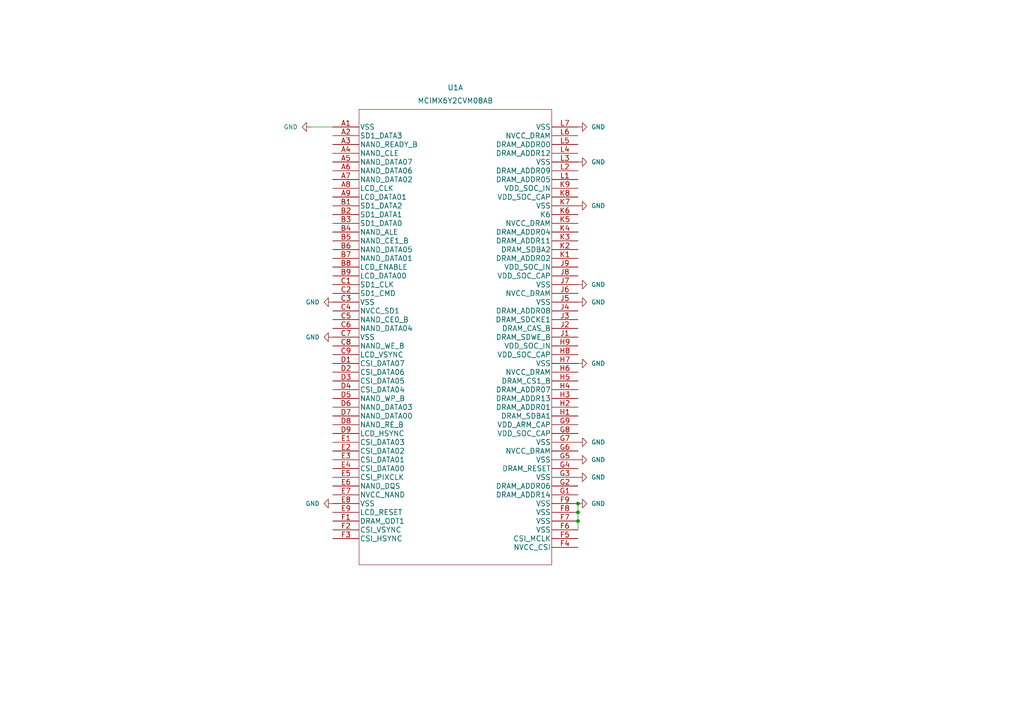
<source format=kicad_sch>
(kicad_sch (version 20211123) (generator eeschema)
  (paper "A4")
  (lib_symbols
    (symbol "MCIMX6Y2CVM08AB:MCIMX6Y2CVM08AB" (pin_names (offset 0.254))
      (property "Reference" "U" (at 35.56 10.16 0))
      (property "Value" "MCIMX6Y2CVM08AB" (at 35.56 7.62 0))
      (symbol "MCIMX6Y2CVM08AB_1_1"
        (polyline (pts (xy 7.62 -127) (xy 63.5 -127)) (stroke (width 0.127)))
        (polyline (pts (xy 7.62 5.08) (xy 7.62 -127)) (stroke (width 0.127)))
        (polyline (pts (xy 63.5 -127) (xy 63.5 5.08)) (stroke (width 0.127)))
        (polyline (pts (xy 63.5 5.08) (xy 7.62 5.08)) (stroke (width 0.127)))
        (pin power_in line (at 0 0 0) (length 7.62) (name "VSS") (number "A1"))
        (pin bidirectional line (at 0 -2.54 0) (length 7.62) (name "SD1_DATA3") (number "A2"))
        (pin bidirectional line (at 0 -5.08 0) (length 7.62) (name "NAND_READY_B") (number "A3"))
        (pin bidirectional line (at 0 -7.62 0) (length 7.62) (name "NAND_CLE") (number "A4"))
        (pin bidirectional line (at 0 -10.16 0) (length 7.62) (name "NAND_DATA07") (number "A5"))
        (pin bidirectional line (at 0 -12.7 0) (length 7.62) (name "NAND_DATA06") (number "A6"))
        (pin bidirectional line (at 0 -15.24 0) (length 7.62) (name "NAND_DATA02") (number "A7"))
        (pin bidirectional line (at 0 -17.78 0) (length 7.62) (name "LCD_CLK") (number "A8"))
        (pin bidirectional line (at 0 -20.32 0) (length 7.62) (name "LCD_DATA01") (number "A9"))
        (pin bidirectional line (at 0 -22.86 0) (length 7.62) (name "SD1_DATA2") (number "B1"))
        (pin bidirectional line (at 0 -25.4 0) (length 7.62) (name "SD1_DATA1") (number "B2"))
        (pin bidirectional line (at 0 -27.94 0) (length 7.62) (name "SD1_DATA0") (number "B3"))
        (pin bidirectional line (at 0 -30.48 0) (length 7.62) (name "NAND_ALE") (number "B4"))
        (pin bidirectional line (at 0 -33.02 0) (length 7.62) (name "NAND_CE1_B") (number "B5"))
        (pin bidirectional line (at 0 -35.56 0) (length 7.62) (name "NAND_DATA05") (number "B6"))
        (pin bidirectional line (at 0 -38.1 0) (length 7.62) (name "NAND_DATA01") (number "B7"))
        (pin bidirectional line (at 0 -40.64 0) (length 7.62) (name "LCD_ENABLE") (number "B8"))
        (pin bidirectional line (at 0 -43.18 0) (length 7.62) (name "LCD_DATA00") (number "B9"))
        (pin bidirectional line (at 0 -45.72 0) (length 7.62) (name "SD1_CLK") (number "C1"))
        (pin bidirectional line (at 0 -48.26 0) (length 7.62) (name "SD1_CMD") (number "C2"))
        (pin power_in line (at 0 -50.8 0) (length 7.62) (name "VSS") (number "C3"))
        (pin power_in line (at 0 -53.34 0) (length 7.62) (name "NVCC_SD1") (number "C4"))
        (pin bidirectional line (at 0 -55.88 0) (length 7.62) (name "NAND_CE0_B") (number "C5"))
        (pin bidirectional line (at 0 -58.42 0) (length 7.62) (name "NAND_DATA04") (number "C6"))
        (pin power_in line (at 0 -60.96 0) (length 7.62) (name "VSS") (number "C7"))
        (pin bidirectional line (at 0 -63.5 0) (length 7.62) (name "NAND_WE_B") (number "C8"))
        (pin bidirectional line (at 0 -66.04 0) (length 7.62) (name "LCD_VSYNC") (number "C9"))
        (pin bidirectional line (at 0 -68.58 0) (length 7.62) (name "CSI_DATA07") (number "D1"))
        (pin bidirectional line (at 0 -71.12 0) (length 7.62) (name "CSI_DATA06") (number "D2"))
        (pin bidirectional line (at 0 -73.66 0) (length 7.62) (name "CSI_DATA05") (number "D3"))
        (pin bidirectional line (at 0 -76.2 0) (length 7.62) (name "CSI_DATA04") (number "D4"))
        (pin bidirectional line (at 0 -78.74 0) (length 7.62) (name "NAND_WP_B") (number "D5"))
        (pin bidirectional line (at 0 -81.28 0) (length 7.62) (name "NAND_DATA03") (number "D6"))
        (pin bidirectional line (at 0 -83.82 0) (length 7.62) (name "NAND_DATA00") (number "D7"))
        (pin bidirectional line (at 0 -86.36 0) (length 7.62) (name "NAND_RE_B") (number "D8"))
        (pin bidirectional line (at 0 -88.9 0) (length 7.62) (name "LCD_HSYNC") (number "D9"))
        (pin bidirectional line (at 0 -91.44 0) (length 7.62) (name "CSI_DATA03") (number "E1"))
        (pin bidirectional line (at 0 -93.98 0) (length 7.62) (name "CSI_DATA02") (number "E2"))
        (pin bidirectional line (at 0 -96.52 0) (length 7.62) (name "CSI_DATA01") (number "E3"))
        (pin bidirectional line (at 0 -99.06 0) (length 7.62) (name "CSI_DATA00") (number "E4"))
        (pin bidirectional line (at 0 -101.6 0) (length 7.62) (name "CSI_PIXCLK") (number "E5"))
        (pin bidirectional line (at 0 -104.14 0) (length 7.62) (name "NAND_DQS") (number "E6"))
        (pin power_in line (at 0 -106.68 0) (length 7.62) (name "NVCC_NAND") (number "E7"))
        (pin power_in line (at 0 -109.22 0) (length 7.62) (name "VSS") (number "E8"))
        (pin bidirectional line (at 0 -111.76 0) (length 7.62) (name "LCD_RESET") (number "E9"))
        (pin bidirectional line (at 0 -114.3 0) (length 7.62) (name "DRAM_ODT1") (number "F1"))
        (pin bidirectional line (at 0 -116.84 0) (length 7.62) (name "CSI_VSYNC") (number "F2"))
        (pin bidirectional line (at 0 -119.38 0) (length 7.62) (name "CSI_HSYNC") (number "F3"))
        (pin power_in line (at 71.12 -121.92 180) (length 7.62) (name "NVCC_CSI") (number "F4"))
        (pin bidirectional line (at 71.12 -119.38 180) (length 7.62) (name "CSI_MCLK") (number "F5"))
        (pin power_in line (at 71.12 -116.84 180) (length 7.62) (name "VSS") (number "F6"))
        (pin power_in line (at 71.12 -114.3 180) (length 7.62) (name "VSS") (number "F7"))
        (pin power_in line (at 71.12 -111.76 180) (length 7.62) (name "VSS") (number "F8"))
        (pin power_in line (at 71.12 -109.22 180) (length 7.62) (name "VSS") (number "F9"))
        (pin bidirectional line (at 71.12 -106.68 180) (length 7.62) (name "DRAM_ADDR14") (number "G1"))
        (pin bidirectional line (at 71.12 -104.14 180) (length 7.62) (name "DRAM_ADDR06") (number "G2"))
        (pin power_in line (at 71.12 -101.6 180) (length 7.62) (name "VSS") (number "G3"))
        (pin bidirectional line (at 71.12 -99.06 180) (length 7.62) (name "DRAM_RESET") (number "G4"))
        (pin power_in line (at 71.12 -96.52 180) (length 7.62) (name "VSS") (number "G5"))
        (pin power_in line (at 71.12 -93.98 180) (length 7.62) (name "NVCC_DRAM") (number "G6"))
        (pin power_in line (at 71.12 -91.44 180) (length 7.62) (name "VSS") (number "G7"))
        (pin power_in line (at 71.12 -88.9 180) (length 7.62) (name "VDD_SOC_CAP") (number "G8"))
        (pin power_in line (at 71.12 -86.36 180) (length 7.62) (name "VDD_ARM_CAP") (number "G9"))
        (pin bidirectional line (at 71.12 -83.82 180) (length 7.62) (name "DRAM_SDBA1") (number "H1"))
        (pin bidirectional line (at 71.12 -81.28 180) (length 7.62) (name "DRAM_ADDR01") (number "H2"))
        (pin bidirectional line (at 71.12 -78.74 180) (length 7.62) (name "DRAM_ADDR13") (number "H3"))
        (pin bidirectional line (at 71.12 -76.2 180) (length 7.62) (name "DRAM_ADDR07") (number "H4"))
        (pin bidirectional line (at 71.12 -73.66 180) (length 7.62) (name "DRAM_CS1_B") (number "H5"))
        (pin power_in line (at 71.12 -71.12 180) (length 7.62) (name "NVCC_DRAM") (number "H6"))
        (pin power_in line (at 71.12 -68.58 180) (length 7.62) (name "VSS") (number "H7"))
        (pin power_in line (at 71.12 -66.04 180) (length 7.62) (name "VDD_SOC_CAP") (number "H8"))
        (pin power_in line (at 71.12 -63.5 180) (length 7.62) (name "VDD_SOC_IN") (number "H9"))
        (pin bidirectional line (at 71.12 -60.96 180) (length 7.62) (name "DRAM_SDWE_B") (number "J1"))
        (pin bidirectional line (at 71.12 -58.42 180) (length 7.62) (name "DRAM_CAS_B") (number "J2"))
        (pin bidirectional line (at 71.12 -55.88 180) (length 7.62) (name "DRAM_SDCKE1") (number "J3"))
        (pin bidirectional line (at 71.12 -53.34 180) (length 7.62) (name "DRAM_ADDR08") (number "J4"))
        (pin power_in line (at 71.12 -50.8 180) (length 7.62) (name "VSS") (number "J5"))
        (pin power_in line (at 71.12 -48.26 180) (length 7.62) (name "NVCC_DRAM") (number "J6"))
        (pin power_in line (at 71.12 -45.72 180) (length 7.62) (name "VSS") (number "J7"))
        (pin power_in line (at 71.12 -43.18 180) (length 7.62) (name "VDD_SOC_CAP") (number "J8"))
        (pin power_in line (at 71.12 -40.64 180) (length 7.62) (name "VDD_SOC_IN") (number "J9"))
        (pin bidirectional line (at 71.12 -38.1 180) (length 7.62) (name "DRAM_ADDR02") (number "K1"))
        (pin bidirectional line (at 71.12 -35.56 180) (length 7.62) (name "DRAM_SDBA2") (number "K2"))
        (pin bidirectional line (at 71.12 -33.02 180) (length 7.62) (name "DRAM_ADDR11") (number "K3"))
        (pin bidirectional line (at 71.12 -30.48 180) (length 7.62) (name "DRAM_ADDR04") (number "K4"))
        (pin power_in line (at 71.12 -27.94 180) (length 7.62) (name "NVCC_DRAM") (number "K5"))
        (pin unspecified line (at 71.12 -25.4 180) (length 7.62) (name "K6") (number "K6"))
        (pin power_in line (at 71.12 -22.86 180) (length 7.62) (name "VSS") (number "K7"))
        (pin power_in line (at 71.12 -20.32 180) (length 7.62) (name "VDD_SOC_CAP") (number "K8"))
        (pin power_in line (at 71.12 -17.78 180) (length 7.62) (name "VDD_SOC_IN") (number "K9"))
        (pin bidirectional line (at 71.12 -15.24 180) (length 7.62) (name "DRAM_ADDR05") (number "L1"))
        (pin bidirectional line (at 71.12 -12.7 180) (length 7.62) (name "DRAM_ADDR09") (number "L2"))
        (pin power_in line (at 71.12 -10.16 180) (length 7.62) (name "VSS") (number "L3"))
        (pin bidirectional line (at 71.12 -7.62 180) (length 7.62) (name "DRAM_ADDR12") (number "L4"))
        (pin bidirectional line (at 71.12 -5.08 180) (length 7.62) (name "DRAM_ADDR00") (number "L5"))
        (pin power_in line (at 71.12 -2.54 180) (length 7.62) (name "NVCC_DRAM") (number "L6"))
        (pin power_in line (at 71.12 0 180) (length 7.62) (name "VSS") (number "L7"))
      )
      (symbol "MCIMX6Y2CVM08AB_2_1"
        (polyline (pts (xy 7.62 -127) (xy 88.9 -127)) (stroke (width 0.127)))
        (polyline (pts (xy 7.62 5.08) (xy 7.62 -127)) (stroke (width 0.127)))
        (polyline (pts (xy 88.9 -127) (xy 88.9 5.08)) (stroke (width 0.127)))
        (polyline (pts (xy 88.9 5.08) (xy 7.62 5.08)) (stroke (width 0.127)))
        (pin bidirectional line (at 96.52 -101.6 180) (length 7.62) (name "LCD_DATA06") (number "A10"))
        (pin bidirectional line (at 96.52 -99.06 180) (length 7.62) (name "LCD_DATA09") (number "A11"))
        (pin bidirectional line (at 96.52 -96.52 180) (length 7.62) (name "LCD_DATA14") (number "A12"))
        (pin bidirectional line (at 96.52 -93.98 180) (length 7.62) (name "LCD_DATA18") (number "A13"))
        (pin bidirectional line (at 96.52 -91.44 180) (length 7.62) (name "LCD_DATA22") (number "A14"))
        (pin bidirectional line (at 96.52 -88.9 180) (length 7.62) (name "ENET2_TX_DATA0") (number "A15"))
        (pin bidirectional line (at 96.52 -86.36 180) (length 7.62) (name "ENET2_TX_DATA1") (number "A16"))
        (pin power_in line (at 96.52 -83.82 180) (length 7.62) (name "VSS") (number "A17"))
        (pin bidirectional line (at 96.52 -81.28 180) (length 7.62) (name "LCD_DATA05") (number "B10"))
        (pin bidirectional line (at 96.52 -78.74 180) (length 7.62) (name "LCD_DATA08") (number "B11"))
        (pin bidirectional line (at 96.52 -76.2 180) (length 7.62) (name "LCD_DATA13") (number "B12"))
        (pin bidirectional line (at 96.52 -73.66 180) (length 7.62) (name "LCD_DATA17") (number "B13"))
        (pin bidirectional line (at 96.52 -71.12 180) (length 7.62) (name "LCD_DATA21") (number "B14"))
        (pin bidirectional line (at 96.52 -68.58 180) (length 7.62) (name "ENET2_TX_EN") (number "B15"))
        (pin bidirectional line (at 96.52 -66.04 180) (length 7.62) (name "LCD_DATA23") (number "B16"))
        (pin bidirectional line (at 96.52 -63.5 180) (length 7.62) (name "ENET2_RX_EN") (number "B17"))
        (pin bidirectional line (at 96.52 -60.96 180) (length 7.62) (name "LCD_DATA04") (number "C10"))
        (pin power_in line (at 96.52 -58.42 180) (length 7.62) (name "VSS") (number "C11"))
        (pin bidirectional line (at 96.52 -55.88 180) (length 7.62) (name "LCD_DATA12") (number "C12"))
        (pin bidirectional line (at 96.52 -53.34 180) (length 7.62) (name "LCD_DATA16") (number "C13"))
        (pin bidirectional line (at 96.52 -50.8 180) (length 7.62) (name "LCD_DATA20") (number "C14"))
        (pin power_in line (at 96.52 -48.26 180) (length 7.62) (name "VSS") (number "C15"))
        (pin bidirectional line (at 96.52 -45.72 180) (length 7.62) (name "ENET2_RX_DATA1") (number "C16"))
        (pin bidirectional line (at 96.52 -43.18 180) (length 7.62) (name "ENET2_RX_DATA0") (number "C17"))
        (pin bidirectional line (at 96.52 -40.64 180) (length 7.62) (name "LCD_DATA03") (number "D10"))
        (pin bidirectional line (at 96.52 -38.1 180) (length 7.62) (name "LCD_DATA07") (number "D11"))
        (pin bidirectional line (at 96.52 -35.56 180) (length 7.62) (name "LCD_DATA11") (number "D12"))
        (pin bidirectional line (at 96.52 -33.02 180) (length 7.62) (name "LCD_DATA15") (number "D13"))
        (pin bidirectional line (at 96.52 -30.48 180) (length 7.62) (name "LCD_DATA19") (number "D14"))
        (pin bidirectional line (at 96.52 -27.94 180) (length 7.62) (name "ENET1_RX_ER") (number "D15"))
        (pin bidirectional line (at 96.52 -25.4 180) (length 7.62) (name "ENET2_RX_ER") (number "D16"))
        (pin bidirectional line (at 96.52 -22.86 180) (length 7.62) (name "ENET2_TX_CLK") (number "D17"))
        (pin bidirectional line (at 96.52 -20.32 180) (length 7.62) (name "LCD_DATA02") (number "E10"))
        (pin power_in line (at 96.52 -17.78 180) (length 7.62) (name "VSS") (number "E11"))
        (pin bidirectional line (at 96.52 -15.24 180) (length 7.62) (name "LCD_DATA10") (number "E12"))
        (pin power_in line (at 96.52 -12.7 180) (length 7.62) (name "NVCC_LCD") (number "E13"))
        (pin bidirectional line (at 96.52 -10.16 180) (length 7.62) (name "ENET1_TX_DATA1") (number "E14"))
        (pin bidirectional line (at 96.52 -7.62 180) (length 7.62) (name "ENET1_TX_DATA0") (number "E15"))
        (pin bidirectional line (at 96.52 -5.08 180) (length 7.62) (name "ENET1_RX_EN") (number "E16"))
        (pin bidirectional line (at 96.52 -2.54 180) (length 7.62) (name "ENET1_RX_DATA1") (number "E17"))
        (pin power_in line (at 96.52 0 180) (length 7.62) (name "VSS") (number "F10"))
        (pin power_in line (at 0 0 0) (length 7.62) (name "VDD_SOC_CAP") (number "L8"))
        (pin power_in line (at 0 -2.54 0) (length 7.62) (name "VDD_SOC_CAP") (number "L9"))
        (pin bidirectional line (at 0 -5.08 0) (length 7.62) (name "DRAM_SDBA0") (number "M1"))
        (pin bidirectional line (at 0 -7.62 0) (length 7.62) (name "DRAM_ADDR03") (number "M2"))
        (pin bidirectional line (at 0 -10.16 0) (length 7.62) (name "DRAM_SDCKE0") (number "M3"))
        (pin bidirectional line (at 0 -12.7 0) (length 7.62) (name "DRAM_ADDR10") (number "M4"))
        (pin bidirectional line (at 0 -15.24 0) (length 7.62) (name "DRAM_RAS_B") (number "M5"))
        (pin power_in line (at 0 -17.78 0) (length 7.62) (name "NVCC_DRAM") (number "M6"))
        (pin power_in line (at 0 -20.32 0) (length 7.62) (name "VSS") (number "M7"))
        (pin power_in line (at 0 -22.86 0) (length 7.62) (name "VSS") (number "M8"))
        (pin power_in line (at 0 -25.4 0) (length 7.62) (name "VSS") (number "M9"))
        (pin bidirectional line (at 0 -27.94 0) (length 7.62) (name "DRAM_ODT0") (number "N1"))
        (pin bidirectional line (at 0 -30.48 0) (length 7.62) (name "DRAM_CS0_B") (number "N2"))
        (pin power_in line (at 0 -33.02 0) (length 7.62) (name "VSS") (number "N3"))
        (pin bidirectional line (at 0 -35.56 0) (length 7.62) (name "DRAM_ZQPAD") (number "N4"))
        (pin power_in line (at 0 -38.1 0) (length 7.62) (name "VSS") (number "N5"))
        (pin power_in line (at 0 -40.64 0) (length 7.62) (name "NVCC_DRAM_2P5") (number "N6"))
        (pin input line (at 0 -43.18 0) (length 7.62) (name "TEST_MODE") (number "N7"))
        (pin bidirectional line (at 0 -45.72 0) (length 7.62) (name "SNVS_TAMPER5") (number "N8"))
        (pin bidirectional line (at 0 -48.26 0) (length 7.62) (name "SNVS_TAMPER8") (number "N9"))
        (pin bidirectional line (at 0 -50.8 0) (length 7.62) (name "SNVS_TAMPER2") (number "P1"))
        (pin bidirectional line (at 0 -53.34 0) (length 7.62) (name "DRAM_SDCLK0_N") (number "P2"))
        (pin bidirectional line (at 0 -55.88 0) (length 7.62) (name "DRAM_DATA13") (number "P3"))
        (pin power_in line (at 0 -58.42 0) (length 7.62) (name "DRAM_VREF") (number "P4"))
        (pin bidirectional line (at 0 -60.96 0) (length 7.62) (name "DRAM_DATA12") (number "P5"))
        (pin bidirectional line (at 0 -63.5 0) (length 7.62) (name "DRAM_SDQS0_P") (number "P6"))
        (pin bidirectional line (at 0 -66.04 0) (length 7.62) (name "DRAM_SDQS0_N") (number "P7"))
        (pin input line (at 0 -68.58 0) (length 7.62) (name "POR_B") (number "P8"))
        (pin bidirectional line (at 0 -71.12 0) (length 7.62) (name "SNVS_TAMPER4") (number "P9"))
        (pin bidirectional line (at 0 -73.66 0) (length 7.62) (name "DRAM_DATA15") (number "R1"))
        (pin bidirectional line (at 0 -76.2 0) (length 7.62) (name "DRAM_DATA14") (number "R2"))
        (pin power_in line (at 0 -78.74 0) (length 7.62) (name "VSS") (number "R3"))
        (pin bidirectional line (at 0 -81.28 0) (length 7.62) (name "DRAM_DATA11") (number "R4"))
        (pin power_in line (at 0 -83.82 0) (length 7.62) (name "VSS") (number "R5"))
        (pin bidirectional line (at 0 -86.36 0) (length 7.62) (name "SNVS_TAMPER9") (number "R6"))
        (pin power_in line (at 0 -88.9 0) (length 7.62) (name "VSS") (number "R7"))
        (pin input line (at 0 -91.44 0) (length 7.62) (name "ONOFF") (number "R8"))
        (pin bidirectional line (at 0 -93.98 0) (length 7.62) (name "SNVS_TAMPER1") (number "R9"))
        (pin bidirectional line (at 0 -96.52 0) (length 7.62) (name "DRAM_SDQS1_P") (number "T1"))
        (pin bidirectional line (at 0 -99.06 0) (length 7.62) (name "DRAM_SDQS1_N") (number "T2"))
        (pin bidirectional line (at 0 -101.6 0) (length 7.62) (name "DRAM_DQM1") (number "T3"))
        (pin bidirectional line (at 0 -104.14 0) (length 7.62) (name "DRAM_DATA00") (number "T4"))
        (pin bidirectional line (at 0 -106.68 0) (length 7.62) (name "DRAM_DATA06") (number "T5"))
        (pin bidirectional line (at 0 -109.22 0) (length 7.62) (name "DRAM_DATA02") (number "T6"))
        (pin bidirectional line (at 0 -111.76 0) (length 7.62) (name "DRAM_DQM0") (number "T7"))
        (pin bidirectional line (at 0 -114.3 0) (length 7.62) (name "DRAM_DATA05") (number "T8"))
        (pin bidirectional line (at 0 -116.84 0) (length 7.62) (name "SNVS_PMIC_ON_REQ") (number "T9"))
        (pin power_in line (at 0 -119.38 0) (length 7.62) (name "VSS") (number "U1"))
        (pin bidirectional line (at 96.52 -121.92 180) (length 7.62) (name "DRAM_DATA08") (number "U2"))
        (pin bidirectional line (at 96.52 -119.38 180) (length 7.62) (name "DRAM_DATA09") (number "U3"))
        (pin bidirectional line (at 96.52 -116.84 180) (length 7.62) (name "DRAM_DATA07") (number "U4"))
        (pin bidirectional line (at 96.52 -114.3 180) (length 7.62) (name "DRAM_DATA10") (number "U5"))
        (pin bidirectional line (at 96.52 -111.76 180) (length 7.62) (name "DRAM_DATA01") (number "U6"))
        (pin bidirectional line (at 96.52 -109.22 180) (length 7.62) (name "DRAM_DATA03") (number "U7"))
        (pin bidirectional line (at 96.52 -106.68 180) (length 7.62) (name "DRAM_DATA04") (number "U8"))
        (pin unspecified line (at 96.52 -104.14 180) (length 7.62) (name "CCM_PMIC_STBY_REQ") (number "U9"))
      )
      (symbol "MCIMX6Y2CVM08AB_3_1"
        (polyline (pts (xy 7.62 -124.46) (xy 73.66 -124.46)) (stroke (width 0.127)))
        (polyline (pts (xy 7.62 5.08) (xy 7.62 -124.46)) (stroke (width 0.127)))
        (polyline (pts (xy 73.66 -124.46) (xy 73.66 5.08)) (stroke (width 0.127)))
        (polyline (pts (xy 73.66 5.08) (xy 7.62 5.08)) (stroke (width 0.127)))
        (pin power_in line (at 0 0 0) (length 7.62) (name "VSS") (number "F11"))
        (pin power_in line (at 0 -2.54 0) (length 7.62) (name "VSS") (number "F12"))
        (pin power_in line (at 0 -5.08 0) (length 7.62) (name "NVCC_ENET") (number "F13"))
        (pin bidirectional line (at 0 -7.62 0) (length 7.62) (name "ENET1_TX_CLK") (number "F14"))
        (pin bidirectional line (at 0 -10.16 0) (length 7.62) (name "ENET1_TX_EN") (number "F15"))
        (pin bidirectional line (at 0 -12.7 0) (length 7.62) (name "ENET1_RX_DATA0") (number "F16"))
        (pin bidirectional line (at 0 -15.24 0) (length 7.62) (name "UART5_TX_DATA") (number "F17"))
        (pin power_in line (at 0 -17.78 0) (length 7.62) (name "VDD_ARM_CAP") (number "G10"))
        (pin power_in line (at 0 -20.32 0) (length 7.62) (name "VDD_ARM_CAP") (number "G11"))
        (pin power_in line (at 0 -22.86 0) (length 7.62) (name "VSS") (number "G12"))
        (pin bidirectional line (at 0 -25.4 0) (length 7.62) (name "UART5_RX_DATA") (number "G13"))
        (pin bidirectional line (at 0 -27.94 0) (length 7.62) (name "UART3_RTS_B") (number "G14"))
        (pin power_in line (at 0 -30.48 0) (length 7.62) (name "VSS") (number "G15"))
        (pin bidirectional line (at 0 -33.02 0) (length 7.62) (name "UART4_RX_DATA") (number "G16"))
        (pin bidirectional line (at 0 -35.56 0) (length 7.62) (name "UART4_TX_DATA") (number "G17"))
        (pin power_in line (at 0 -38.1 0) (length 7.62) (name "VDD_SOC_IN") (number "H10"))
        (pin power_in line (at 0 -40.64 0) (length 7.62) (name "VDD_ARM_CAP") (number "H11"))
        (pin power_in line (at 0 -43.18 0) (length 7.62) (name "VSS") (number "H12"))
        (pin power_in line (at 0 -45.72 0) (length 7.62) (name "NVCC_UART") (number "H13"))
        (pin bidirectional line (at 0 -48.26 0) (length 7.62) (name "UART2_RTS_B") (number "H14"))
        (pin bidirectional line (at 0 -50.8 0) (length 7.62) (name "UART3_CTS_B") (number "H15"))
        (pin bidirectional line (at 0 -53.34 0) (length 7.62) (name "UART3_RX_DATA") (number "H16"))
        (pin bidirectional line (at 0 -55.88 0) (length 7.62) (name "UART3_TX_DATA") (number "H17"))
        (pin power_in line (at 0 -58.42 0) (length 7.62) (name "VDD_SOC_IN") (number "J10"))
        (pin power_in line (at 0 -60.96 0) (length 7.62) (name "VDD_SOC_CAP") (number "J11"))
        (pin power_in line (at 0 -63.5 0) (length 7.62) (name "VSS") (number "J12"))
        (pin power_in line (at 0 -66.04 0) (length 7.62) (name "NVCC_GPIO") (number "J13"))
        (pin bidirectional line (at 0 -68.58 0) (length 7.62) (name "UART1_RTS_B") (number "J14"))
        (pin bidirectional line (at 0 -71.12 0) (length 7.62) (name "UART2_CTS_B") (number "J15"))
        (pin bidirectional line (at 0 -73.66 0) (length 7.62) (name "UART2_RX_DATA") (number "J16"))
        (pin bidirectional line (at 0 -76.2 0) (length 7.62) (name "UART2_TX_DATA") (number "J17"))
        (pin power_in line (at 0 -78.74 0) (length 7.62) (name "VDD_SOC_IN") (number "K10"))
        (pin power_in line (at 0 -81.28 0) (length 7.62) (name "VDD_SOC_CAP") (number "K11"))
        (pin power_in line (at 0 -83.82 0) (length 7.62) (name "VSS") (number "K12"))
        (pin bidirectional line (at 0 -86.36 0) (length 7.62) (name "GPIO1_IO00") (number "K13"))
        (pin bidirectional line (at 0 -88.9 0) (length 7.62) (name "UART1_TX_DATA") (number "K14"))
        (pin bidirectional line (at 0 -91.44 0) (length 7.62) (name "UART1_CTS_B") (number "K15"))
        (pin bidirectional line (at 0 -93.98 0) (length 7.62) (name "UART1_RX_DATA") (number "K16"))
        (pin bidirectional line (at 0 -96.52 0) (length 7.62) (name "GPIO1_IO06") (number "K17"))
        (pin power_in line (at 0 -99.06 0) (length 7.62) (name "VDD_SOC_CAP") (number "L10"))
        (pin power_in line (at 0 -101.6 0) (length 7.62) (name "VDD_SOC_CAP") (number "L11"))
        (pin power_in line (at 0 -104.14 0) (length 7.62) (name "VSS") (number "L12"))
        (pin power_in line (at 0 -106.68 0) (length 7.62) (name "VDDA_ADC_3P3") (number "L13"))
        (pin bidirectional line (at 0 -109.22 0) (length 7.62) (name "GPIO1_IO02") (number "L14"))
        (pin bidirectional line (at 0 -111.76 0) (length 7.62) (name "GPIO1_IO01") (number "L15"))
        (pin bidirectional line (at 0 -114.3 0) (length 7.62) (name "GPIO1_IO07") (number "L16"))
        (pin bidirectional line (at 0 -116.84 0) (length 7.62) (name "GPIO1_IO03") (number "L17"))
        (pin power_in line (at 0 -119.38 0) (length 7.62) (name "VSS") (number "M10"))
        (pin power_in line (at 81.28 -119.38 180) (length 7.62) (name "VSS") (number "M11"))
        (pin power_in line (at 81.28 -116.84 180) (length 7.62) (name "NGND_KEL0") (number "M12"))
        (pin power_in line (at 81.28 -114.3 180) (length 7.62) (name "ADC_VREFH") (number "M13"))
        (pin input line (at 81.28 -111.76 180) (length 7.62) (name "JTAG_TCK") (number "M14"))
        (pin bidirectional line (at 81.28 -109.22 180) (length 7.62) (name "GPIO1_IO09") (number "M15"))
        (pin bidirectional line (at 81.28 -106.68 180) (length 7.62) (name "GPIO1_IO04") (number "M16"))
        (pin bidirectional line (at 81.28 -104.14 180) (length 7.62) (name "GPIO1_IO05") (number "M17"))
        (pin bidirectional line (at 81.28 -101.6 180) (length 7.62) (name "SNVS_TAMPER7") (number "N10"))
        (pin bidirectional line (at 81.28 -99.06 180) (length 7.62) (name "SNVS_TAMPER6") (number "N11"))
        (pin power_in line (at 81.28 -96.52 180) (length 7.62) (name "VDD_SNVS_CAP") (number "N12"))
        (pin power_in line (at 81.28 -93.98 180) (length 7.62) (name "VDD_HIGH_IN") (number "N13"))
        (pin input line (at 81.28 -91.44 180) (length 7.62) (name "JTAG_TRST_B") (number "N14"))
        (pin output line (at 81.28 -88.9 180) (length 7.62) (name "JTAG_TDO") (number "N15"))
        (pin input line (at 81.28 -86.36 180) (length 7.62) (name "JTAG_TDI") (number "N16"))
        (pin bidirectional line (at 81.28 -83.82 180) (length 7.62) (name "GPIO1_IO08") (number "N17"))
        (pin bidirectional line (at 81.28 -81.28 180) (length 7.62) (name "SNVS_TAMPER3") (number "P10"))
        (pin unspecified line (at 81.28 -78.74 180) (length 7.62) (name "P11") (number "P11"))
        (pin power_in line (at 81.28 -76.2 180) (length 7.62) (name "VDD_SNVS_IN") (number "P12"))
        (pin power_in line (at 81.28 -73.66 180) (length 7.62) (name "NVCC_PLL") (number "P13"))
        (pin input line (at 81.28 -71.12 180) (length 7.62) (name "JTAG_TMS") (number "P14"))
        (pin input line (at 81.28 -68.58 180) (length 7.62) (name "JTAG_MOD") (number "P15"))
        (pin bidirectional line (at 81.28 -66.04 180) (length 7.62) (name "CCM_CLK1_N") (number "P16"))
        (pin bidirectional line (at 81.28 -63.5 180) (length 7.62) (name "CCM_CLK1_P") (number "P17"))
        (pin bidirectional line (at 81.28 -60.96 180) (length 7.62) (name "SNVS_TAMPER0") (number "R10"))
        (pin power_in line (at 81.28 -58.42 180) (length 7.62) (name "VSS") (number "R11"))
        (pin power_in line (at 81.28 -55.88 180) (length 7.62) (name "VDD_USB_CAP") (number "R12"))
        (pin power_in line (at 81.28 -53.34 180) (length 7.62) (name "GPANAIO") (number "R13"))
        (pin power_in line (at 81.28 -50.8 180) (length 7.62) (name "VDD_HIGH_CAP") (number "R14"))
        (pin power_in line (at 81.28 -48.26 180) (length 7.62) (name "VDD_HIGH_CAP") (number "R15"))
        (pin power_in line (at 81.28 -45.72 180) (length 7.62) (name "VSS") (number "R16"))
        (pin power_in line (at 81.28 -43.18 180) (length 7.62) (name "VSS") (number "R17"))
        (pin bidirectional line (at 81.28 -40.64 180) (length 7.62) (name "BOOT_MODE0") (number "T10"))
        (pin unspecified line (at 81.28 -38.1 180) (length 7.62) (name "RTC_XTALI") (number "T11"))
        (pin unspecified line (at 81.28 -35.56 180) (length 7.62) (name "USB_OTG1_VBUS") (number "T12"))
        (pin unspecified line (at 81.28 -33.02 180) (length 7.62) (name "USB_OTG2_DN") (number "T13"))
        (pin power_in line (at 81.28 -30.48 180) (length 7.62) (name "VSS") (number "T14"))
        (pin unspecified line (at 81.28 -27.94 180) (length 7.62) (name "USB_OTG1_DN") (number "T15"))
        (pin unspecified line (at 81.28 -25.4 180) (length 7.62) (name "XTALI") (number "T16"))
        (pin unspecified line (at 81.28 -22.86 180) (length 7.62) (name "XTALO") (number "T17"))
        (pin bidirectional line (at 81.28 -20.32 180) (length 7.62) (name "BOOT_MODE1") (number "U10"))
        (pin unspecified line (at 81.28 -17.78 180) (length 7.62) (name "RTC_XTALO") (number "U11"))
        (pin power_in line (at 81.28 -15.24 180) (length 7.62) (name "USB_OTG2_VBUS") (number "U12"))
        (pin unspecified line (at 81.28 -12.7 180) (length 7.62) (name "USB_OTG2_DP") (number "U13"))
        (pin power_in line (at 81.28 -10.16 180) (length 7.62) (name "VSS") (number "U14"))
        (pin unspecified line (at 81.28 -7.62 180) (length 7.62) (name "USB_OTG1_DP") (number "U15"))
        (pin unspecified line (at 81.28 -5.08 180) (length 7.62) (name "USB_OTG1_CHD_B") (number "U16"))
        (pin power_in line (at 81.28 -2.54 180) (length 7.62) (name "VSS") (number "U17"))
      )
    )
    (symbol "power:GND" (power) (pin_names (offset 0))
      (property "Value" "GND" (at 0 -3.81 0))
      (symbol "GND_0_1"
        (polyline (pts (xy 0 0) (xy 0 -1.27) (xy 1.27 -1.27) (xy 0 -2.54) (xy -1.27 -1.27) (xy 0 -1.27)))
      )
      (symbol "GND_1_1"
        (pin power_in line (at 0 0 270) (length 0) hide (name "GND") (number "1"))
      )
    )
  )
  (junction (at 167.64 151.13))
  (junction (at 167.64 148.59))
  (junction (at 167.64 146.05))
  (wire (pts (xy 167.64 146.05) (xy 167.64 148.59)))
  (wire (pts (xy 90.17 36.83) (xy 96.52 36.83)))
  (wire (pts (xy 167.64 148.59) (xy 167.64 151.13)))
  (wire (pts (xy 167.64 151.13) (xy 167.64 153.67)))
  (symbol (lib_id "power:GND") (at 90.17 36.83 270) (unit 1)
    (property "Reference" "#PWR01" (effects hide))
    (property "Value" "GND" (at 86.36 36.8299 90) (effects (justify right)))
  )
  (symbol (lib_id "power:GND") (at 167.64 133.35 90) (unit 1)
    (property "Reference" "#PWR012" (effects hide))
    (property "Value" "GND" (at 171.45 133.3499 90) (effects (justify right)))
  )
  (symbol (lib_id "power:GND") (at 96.52 87.63 270) (unit 1)
    (property "Reference" "#PWR02" (effects hide))
    (property "Value" "GND" (at 92.71 87.6299 90) (effects (justify right)))
  )
  (symbol (lib_id "power:GND") (at 167.64 146.05 90) (unit 1)
    (property "Reference" "#PWR014" (effects hide))
    (property "Value" "GND" (at 171.45 146.0499 90) (effects (justify right)))
  )
  (symbol (lib_id "power:GND") (at 167.64 87.63 90) (unit 1)
    (property "Reference" "#PWR09" (effects hide))
    (property "Value" "GND" (at 171.45 87.6299 90) (effects (justify right)))
  )
  (symbol (lib_id "power:GND") (at 167.64 46.99 90) (unit 1)
    (property "Reference" "#PWR06" (effects hide))
    (property "Value" "GND" (at 171.45 46.9899 90) (effects (justify right)))
  )
  (symbol (lib_id "power:GND") (at 96.52 97.79 270) (unit 1)
    (property "Reference" "#PWR03" (effects hide))
    (property "Value" "GND" (at 92.71 97.7899 90) (effects (justify right)))
  )
  (symbol (lib_id "power:GND") (at 167.64 82.55 90) (unit 1)
    (property "Reference" "#PWR08" (effects hide))
    (property "Value" "GND" (at 171.45 82.5499 90) (effects (justify right)))
  )
  (symbol (lib_id "MCIMX6Y2CVM08AB:MCIMX6Y2CVM08AB") (at 96.52 36.83 0) (unit 1)
    (property "Reference" "U1" (at 132.08 25.4 0) (effects (font (size 1.524 1.524))))
    (property "Value" "MCIMX6Y2CVM08AB" (at 132.08 29.21 0) (effects (font (size 1.524 1.524))))
    (property "Footprint" "LFBGA289_SOT1534-2_NXP" (effects hide))
  )
  (symbol (lib_id "power:GND") (at 96.52 146.05 270) (unit 1)
    (property "Reference" "#PWR04" (effects hide))
    (property "Value" "GND" (at 92.71 146.0499 90) (effects (justify right)))
  )
  (symbol (lib_id "power:GND") (at 167.64 128.27 90) (unit 1)
    (property "Reference" "#PWR011" (effects hide))
    (property "Value" "GND" (at 171.45 128.2699 90) (effects (justify right)))
  )
  (symbol (lib_id "power:GND") (at 167.64 105.41 90) (unit 1)
    (property "Reference" "#PWR010" (effects hide))
    (property "Value" "GND" (at 171.45 105.4099 90) (effects (justify right)))
  )
  (symbol (lib_id "power:GND") (at 167.64 138.43 90) (unit 1)
    (property "Reference" "#PWR013" (effects hide))
    (property "Value" "GND" (at 171.45 138.4299 90) (effects (justify right)))
  )
  (symbol (lib_id "power:GND") (at 167.64 59.69 90) (unit 1)
    (property "Reference" "#PWR07" (effects hide))
    (property "Value" "GND" (at 171.45 59.6899 90) (effects (justify right)))
  )
  (symbol (lib_id "power:GND") (at 167.64 36.83 90) (unit 1)
    (property "Reference" "#PWR05" (effects hide))
    (property "Value" "GND" (at 171.45 36.8299 90) (effects (justify right)))
  )
)
</source>
